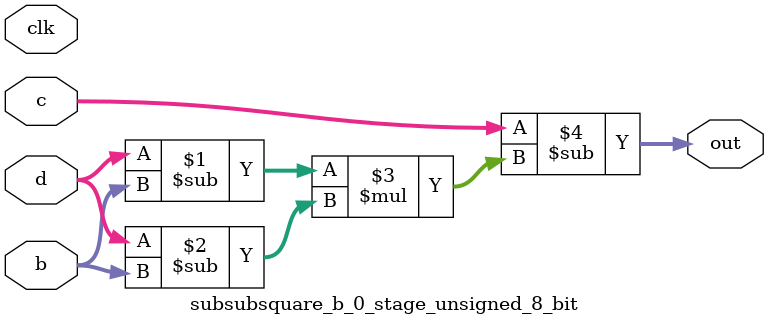
<source format=sv>
(* use_dsp = "yes" *) module subsubsquare_b_0_stage_unsigned_8_bit(
	input  [7:0] b,
	input  [7:0] c,
	input  [7:0] d,
	output [7:0] out,
	input clk);

	assign out = c - ((d - b) * (d - b));
endmodule

</source>
